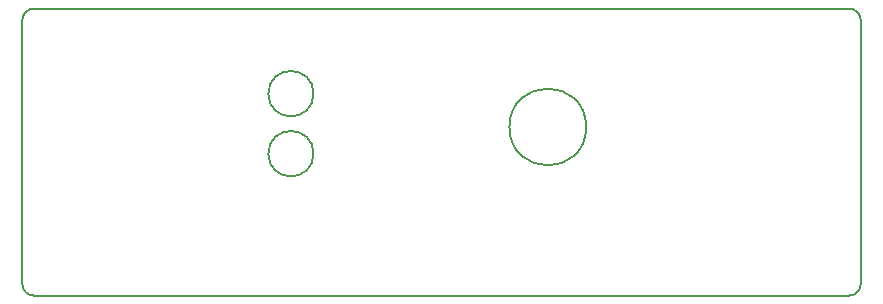
<source format=gbr>
%TF.GenerationSoftware,KiCad,Pcbnew,6.0.7-f9a2dced07~116~ubuntu20.04.1*%
%TF.CreationDate,2022-10-10T13:33:44-07:00*%
%TF.ProjectId,packaged-amp-panel-f,7061636b-6167-4656-942d-616d702d7061,rev?*%
%TF.SameCoordinates,Original*%
%TF.FileFunction,Profile,NP*%
%FSLAX46Y46*%
G04 Gerber Fmt 4.6, Leading zero omitted, Abs format (unit mm)*
G04 Created by KiCad (PCBNEW 6.0.7-f9a2dced07~116~ubuntu20.04.1) date 2022-10-10 13:33:44*
%MOMM*%
%LPD*%
G01*
G04 APERTURE LIST*
%TA.AperFunction,Profile*%
%ADD10C,0.200000*%
%TD*%
G04 APERTURE END LIST*
D10*
X109915000Y-100235000D02*
G75*
G03*
X109915000Y-100235000I-1915000J0D01*
G01*
X86250000Y-112250000D02*
X155250000Y-112250000D01*
X155250000Y-112250000D02*
G75*
G03*
X156250000Y-111250000I0J1000000D01*
G01*
X156250000Y-88950000D02*
G75*
G03*
X155250000Y-87950000I-1000000J0D01*
G01*
X133000000Y-97976602D02*
G75*
G03*
X133000000Y-97976602I-3250000J0D01*
G01*
X85250000Y-88950000D02*
X85250000Y-111250000D01*
X155250000Y-87950000D02*
X86250000Y-87950000D01*
X156250000Y-111250000D02*
X156250000Y-88950000D01*
X86250000Y-87950000D02*
G75*
G03*
X85250000Y-88950000I0J-1000000D01*
G01*
X109915000Y-95155000D02*
G75*
G03*
X109915000Y-95155000I-1915000J0D01*
G01*
X85250000Y-111250000D02*
G75*
G03*
X86250000Y-112250000I1000000J0D01*
G01*
M02*

</source>
